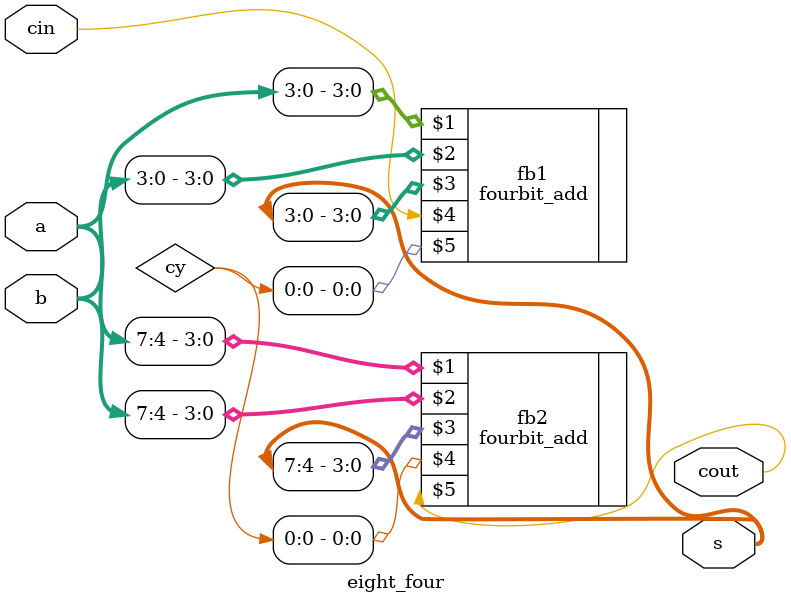
<source format=v>
module eight_four(a,b,cin,s,cout);
  input [7:0]a;
  input [7:0]b;
  input cin;
  output [7:0]s;
  output cout;
  wire [1:0]cy;

    fourbit_add fb1 (a[3:0],b[3:0],s[3:0],cin,cy[0]);
    fourbit_add fb2 (a[7:4],b[7:4],s[7:4],cy[0],cout);
endmodule

</source>
